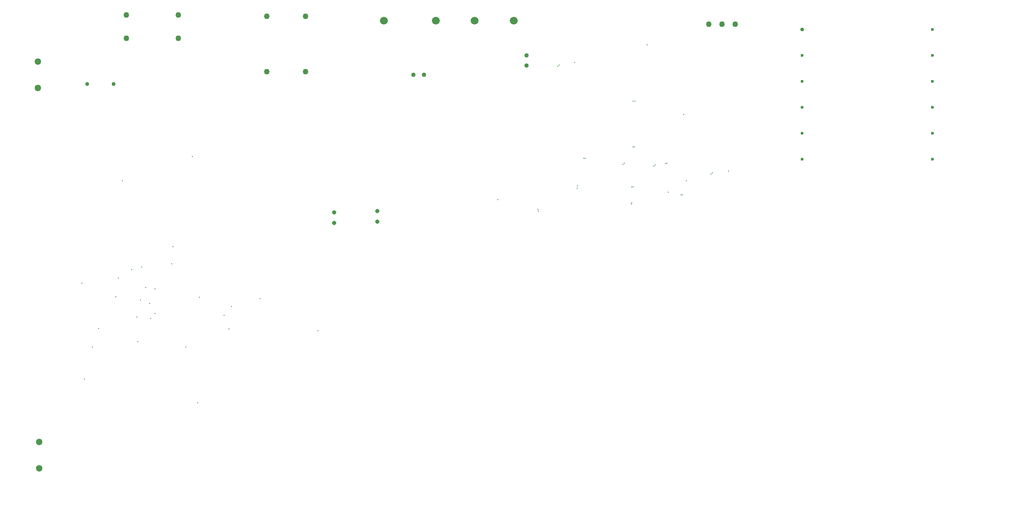
<source format=gbr>
%TF.GenerationSoftware,Altium Limited,Altium Designer,20.0.13 (296)*%
G04 Layer_Color=0*
%FSLAX45Y45*%
%MOMM*%
%TF.FileFunction,Plated,1,2,PTH,Drill*%
%TF.Part,Single*%
G01*
G75*
%TA.AperFunction,ComponentDrill*%
%ADD113C,1.51000*%
%ADD114C,0.80000*%
%ADD115C,1.30000*%
%ADD116C,0.76200*%
%ADD117C,0.85000*%
%ADD118C,0.85000*%
%ADD119C,0.70000*%
%ADD120C,0.60000*%
%ADD121C,1.10000*%
%ADD122C,1.10000*%
%TA.AperFunction,ViaDrill,NotFilled*%
%ADD123C,0.10000*%
%ADD124C,0.25400*%
D113*
X9875000Y-360000D02*
D03*
X9125000D02*
D03*
X8375000D02*
D03*
X7375000D02*
D03*
D114*
X7250000Y-4025000D02*
D03*
Y-4225000D02*
D03*
X6425000Y-4050000D02*
D03*
Y-4250000D02*
D03*
D115*
X725000Y-1150000D02*
D03*
Y-1658000D02*
D03*
X750000Y-8467000D02*
D03*
Y-8975000D02*
D03*
D116*
X2179000Y-1575000D02*
D03*
X1671000D02*
D03*
D117*
X10125000Y-1225000D02*
D03*
Y-1025000D02*
D03*
D118*
X7950000Y-1400000D02*
D03*
X8150000D02*
D03*
D119*
X15425000Y-525000D02*
D03*
D120*
Y-1025000D02*
D03*
Y-1525000D02*
D03*
Y-2025000D02*
D03*
Y-2525000D02*
D03*
Y-3025000D02*
D03*
X17925000Y-525000D02*
D03*
Y-1025000D02*
D03*
Y-1525000D02*
D03*
Y-2025000D02*
D03*
Y-2525000D02*
D03*
Y-3025000D02*
D03*
D121*
X2425000Y-700000D02*
D03*
X3425000D02*
D03*
Y-250000D02*
D03*
X2425000D02*
D03*
X5875000Y-1345000D02*
D03*
X5125000D02*
D03*
Y-275000D02*
D03*
X5875000D02*
D03*
D122*
X14133000Y-425000D02*
D03*
X13878999D02*
D03*
X13625000D02*
D03*
D123*
X19220001Y-2192500D02*
D03*
Y-5192500D02*
D03*
Y-8192500D02*
D03*
X17720001Y-2192500D02*
D03*
Y-5192500D02*
D03*
X16220001Y-2192500D02*
D03*
X15470001Y-3692500D02*
D03*
X16220001Y-5192500D02*
D03*
X14720001D02*
D03*
X13970001Y-9692500D02*
D03*
X13220000Y-5192500D02*
D03*
X12470000Y-9692500D02*
D03*
X11720000Y-5192500D02*
D03*
X10970000Y-6692500D02*
D03*
Y-9692500D02*
D03*
X10220000Y-2192500D02*
D03*
X9470000Y-3692500D02*
D03*
X10220000Y-5192500D02*
D03*
X9470000Y-6692500D02*
D03*
Y-9692500D02*
D03*
X8720000Y-2192500D02*
D03*
X7970000Y-3692500D02*
D03*
X8720000Y-5192500D02*
D03*
X7970000Y-6692500D02*
D03*
Y-9692500D02*
D03*
X7220000Y-2192500D02*
D03*
X6470000Y-3692500D02*
D03*
X7220000Y-5192500D02*
D03*
X6470000Y-6692500D02*
D03*
Y-9692500D02*
D03*
X5720000Y-2192500D02*
D03*
Y-5192500D02*
D03*
X4970000Y-9692500D02*
D03*
X4220000Y-2192500D02*
D03*
Y-5192500D02*
D03*
X3470000Y-9692500D02*
D03*
X2720000Y-2192500D02*
D03*
X1970000Y-6692500D02*
D03*
Y-9692500D02*
D03*
X1220000Y-2192500D02*
D03*
Y-5192500D02*
D03*
X470000Y-6692500D02*
D03*
X1220000Y-8192500D02*
D03*
D124*
X11975000Y-3125000D02*
D03*
X12000000Y-3100000D02*
D03*
X2895608Y-6087724D02*
D03*
X6107204Y-6331801D02*
D03*
X4400206Y-6293301D02*
D03*
X4307204Y-6031801D02*
D03*
X2975000Y-6000000D02*
D03*
Y-5525000D02*
D03*
X3295608Y-5037725D02*
D03*
X3320608Y-4712725D02*
D03*
X2345608Y-3437725D02*
D03*
X2270608Y-5312724D02*
D03*
X2625000Y-6062700D02*
D03*
X2645608Y-6537725D02*
D03*
X4995608Y-5712725D02*
D03*
X4445608Y-5862725D02*
D03*
X10745608Y-1212725D02*
D03*
X10720608Y-1237725D02*
D03*
X9570002Y-3802002D02*
D03*
X12145608Y-3862725D02*
D03*
X12140606Y-3887725D02*
D03*
X12170608Y-3562725D02*
D03*
X12145608D02*
D03*
X11045608Y-1162725D02*
D03*
X10345608Y-3987725D02*
D03*
X11095608Y-3587725D02*
D03*
X11220608Y-3012725D02*
D03*
X12205608Y-1912724D02*
D03*
X12170608Y-1912725D02*
D03*
X12195608Y-2787725D02*
D03*
X12170608D02*
D03*
X12595608Y-3137725D02*
D03*
X12570608Y-3162725D02*
D03*
X12825000Y-3100000D02*
D03*
X13120609Y-3712725D02*
D03*
X13095609D02*
D03*
X12845609Y-3662725D02*
D03*
X13695609Y-3287725D02*
D03*
X14010614Y-3257726D02*
D03*
X13195609Y-3437725D02*
D03*
X13670609Y-3312725D02*
D03*
X12795608Y-3112725D02*
D03*
X11245608Y-3012724D02*
D03*
X13145609Y-2162725D02*
D03*
X3832205Y-5681801D02*
D03*
X1895608Y-6287725D02*
D03*
X1770608Y-6637725D02*
D03*
X1620608Y-7262725D02*
D03*
X2225000Y-5675000D02*
D03*
X2725000Y-5100000D02*
D03*
X2525000Y-5150000D02*
D03*
X1570608Y-5412725D02*
D03*
X12439998Y-825000D02*
D03*
X11105614Y-3545227D02*
D03*
X10349999Y-4024999D02*
D03*
X3795608Y-7712724D02*
D03*
X3570608Y-6637725D02*
D03*
X2695608Y-5738198D02*
D03*
X3700000Y-2975000D02*
D03*
X2876601Y-5803201D02*
D03*
X2799991Y-5499991D02*
D03*
%TF.MD5,427bf180e17594d2ae9dc3be7bcdb8e6*%
M02*

</source>
